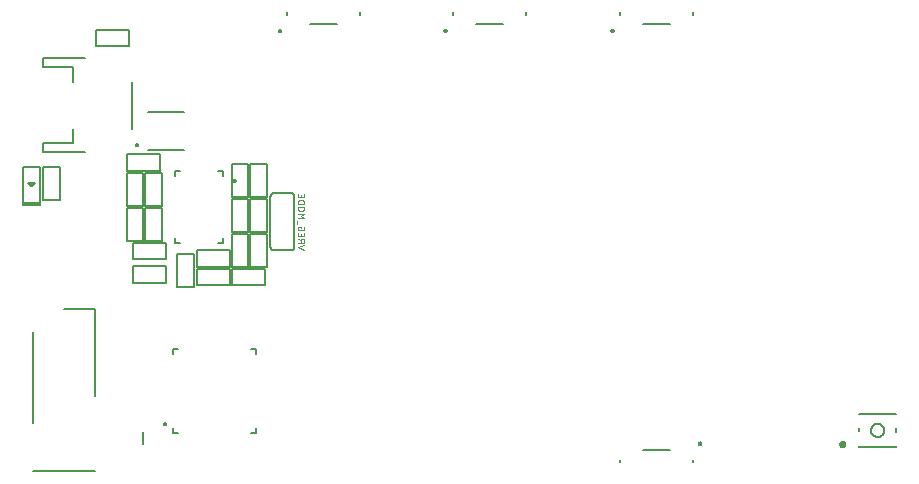
<source format=gbr>
G04 EAGLE Gerber RS-274X export*
G75*
%MOMM*%
%FSLAX34Y34*%
%LPD*%
%INSilkscreen Bottom*%
%IPPOS*%
%AMOC8*
5,1,8,0,0,1.08239X$1,22.5*%
G01*
%ADD10C,0.200000*%
%ADD11C,0.127000*%
%ADD12C,0.203200*%
%ADD13C,0.152400*%
%ADD14C,0.050800*%

G36*
X15565Y232377D02*
X15565Y232377D01*
X15631Y232379D01*
X15674Y232397D01*
X15721Y232405D01*
X15778Y232439D01*
X15838Y232464D01*
X15873Y232495D01*
X15914Y232520D01*
X15956Y232571D01*
X16004Y232615D01*
X16026Y232657D01*
X16055Y232694D01*
X16076Y232756D01*
X16107Y232815D01*
X16115Y232869D01*
X16127Y232906D01*
X16126Y232946D01*
X16134Y233000D01*
X16134Y235000D01*
X16123Y235065D01*
X16121Y235131D01*
X16103Y235174D01*
X16095Y235221D01*
X16061Y235278D01*
X16036Y235338D01*
X16005Y235373D01*
X15980Y235414D01*
X15929Y235456D01*
X15885Y235504D01*
X15843Y235526D01*
X15806Y235555D01*
X15744Y235576D01*
X15685Y235607D01*
X15631Y235615D01*
X15594Y235627D01*
X15554Y235626D01*
X15500Y235634D01*
X500Y235634D01*
X435Y235623D01*
X369Y235621D01*
X326Y235603D01*
X279Y235595D01*
X222Y235561D01*
X162Y235536D01*
X127Y235505D01*
X86Y235480D01*
X45Y235429D01*
X-4Y235385D01*
X-26Y235343D01*
X-55Y235306D01*
X-76Y235244D01*
X-107Y235185D01*
X-115Y235131D01*
X-127Y235094D01*
X-126Y235054D01*
X-134Y235000D01*
X-134Y233000D01*
X-123Y232935D01*
X-121Y232869D01*
X-103Y232826D01*
X-95Y232779D01*
X-61Y232722D01*
X-36Y232662D01*
X-5Y232627D01*
X20Y232586D01*
X71Y232545D01*
X115Y232496D01*
X157Y232474D01*
X194Y232445D01*
X256Y232424D01*
X315Y232393D01*
X369Y232385D01*
X406Y232373D01*
X446Y232374D01*
X500Y232366D01*
X15500Y232366D01*
X15565Y232377D01*
G37*
G36*
X695609Y27235D02*
X695609Y27235D01*
X695652Y27249D01*
X695769Y27278D01*
X696363Y27524D01*
X696400Y27548D01*
X696506Y27606D01*
X697016Y27997D01*
X697046Y28031D01*
X697133Y28114D01*
X697524Y28624D01*
X697544Y28664D01*
X697590Y28740D01*
X697592Y28742D01*
X697592Y28744D01*
X697606Y28767D01*
X697852Y29361D01*
X697862Y29405D01*
X697895Y29521D01*
X697979Y30157D01*
X697977Y30202D01*
X697979Y30323D01*
X697892Y30980D01*
X697879Y31023D01*
X697849Y31140D01*
X697596Y31753D01*
X697572Y31790D01*
X697513Y31896D01*
X697109Y32422D01*
X697076Y32452D01*
X696992Y32539D01*
X696466Y32943D01*
X696426Y32964D01*
X696323Y33026D01*
X695710Y33279D01*
X695666Y33289D01*
X695550Y33322D01*
X694893Y33409D01*
X694848Y33407D01*
X694727Y33409D01*
X694091Y33325D01*
X694048Y33311D01*
X693931Y33282D01*
X693337Y33036D01*
X693300Y33012D01*
X693194Y32954D01*
X692684Y32563D01*
X692654Y32529D01*
X692567Y32446D01*
X692176Y31936D01*
X692157Y31899D01*
X692151Y31892D01*
X692149Y31885D01*
X692094Y31793D01*
X691848Y31199D01*
X691838Y31155D01*
X691811Y31060D01*
X691806Y31045D01*
X691806Y31043D01*
X691805Y31039D01*
X691721Y30403D01*
X691723Y30358D01*
X691721Y30237D01*
X691808Y29580D01*
X691813Y29563D01*
X691813Y29552D01*
X691825Y29525D01*
X691851Y29420D01*
X692104Y28807D01*
X692129Y28770D01*
X692137Y28753D01*
X692155Y28710D01*
X692171Y28692D01*
X692187Y28664D01*
X692591Y28138D01*
X692624Y28108D01*
X692708Y28021D01*
X693234Y27617D01*
X693274Y27596D01*
X693377Y27534D01*
X693990Y27281D01*
X694034Y27271D01*
X694150Y27238D01*
X694807Y27151D01*
X694852Y27153D01*
X694973Y27151D01*
X695609Y27235D01*
G37*
G36*
X8018Y247874D02*
X8018Y247874D01*
X8084Y247871D01*
X8129Y247886D01*
X8176Y247891D01*
X8235Y247920D01*
X8298Y247940D01*
X8342Y247973D01*
X8377Y247990D01*
X8404Y248019D01*
X8448Y248052D01*
X11448Y251052D01*
X11499Y251125D01*
X11555Y251194D01*
X11563Y251216D01*
X11577Y251236D01*
X11599Y251322D01*
X11627Y251406D01*
X11627Y251430D01*
X11633Y251453D01*
X11623Y251542D01*
X11621Y251631D01*
X11612Y251653D01*
X11609Y251676D01*
X11570Y251756D01*
X11536Y251838D01*
X11520Y251856D01*
X11510Y251877D01*
X11445Y251938D01*
X11385Y252004D01*
X11364Y252015D01*
X11347Y252031D01*
X11265Y252066D01*
X11185Y252107D01*
X11159Y252110D01*
X11140Y252119D01*
X11090Y252121D01*
X11000Y252134D01*
X5000Y252134D01*
X4912Y252118D01*
X4824Y252109D01*
X4803Y252099D01*
X4779Y252095D01*
X4702Y252049D01*
X4623Y252010D01*
X4606Y251993D01*
X4586Y251980D01*
X4530Y251911D01*
X4469Y251847D01*
X4460Y251825D01*
X4445Y251806D01*
X4416Y251722D01*
X4381Y251640D01*
X4380Y251616D01*
X4373Y251594D01*
X4375Y251505D01*
X4371Y251416D01*
X4379Y251393D01*
X4379Y251369D01*
X4413Y251287D01*
X4440Y251202D01*
X4456Y251181D01*
X4464Y251162D01*
X4498Y251124D01*
X4552Y251052D01*
X7552Y248052D01*
X7606Y248014D01*
X7653Y247969D01*
X7697Y247950D01*
X7736Y247923D01*
X7799Y247907D01*
X7860Y247881D01*
X7907Y247879D01*
X7953Y247868D01*
X8018Y247874D01*
G37*
D10*
X61650Y145000D02*
X61650Y71000D01*
X61650Y7500D02*
X9350Y7500D01*
X9350Y48760D02*
X9350Y125160D01*
X35500Y145000D02*
X61650Y145000D01*
D11*
X102600Y40580D02*
X102600Y30420D01*
X127500Y40000D02*
X127500Y44400D01*
X127500Y40000D02*
X131900Y40000D01*
X127500Y106600D02*
X127500Y111000D01*
X131900Y111000D01*
X198500Y111000D02*
X198500Y106600D01*
X198500Y111000D02*
X194100Y111000D01*
X198500Y44400D02*
X198500Y40000D01*
X194100Y40000D01*
D10*
X120000Y47500D02*
X120002Y47563D01*
X120008Y47625D01*
X120018Y47687D01*
X120031Y47749D01*
X120049Y47809D01*
X120070Y47868D01*
X120095Y47926D01*
X120124Y47982D01*
X120156Y48036D01*
X120191Y48088D01*
X120229Y48137D01*
X120271Y48185D01*
X120315Y48229D01*
X120363Y48271D01*
X120412Y48309D01*
X120464Y48344D01*
X120518Y48376D01*
X120574Y48405D01*
X120632Y48430D01*
X120691Y48451D01*
X120751Y48469D01*
X120813Y48482D01*
X120875Y48492D01*
X120937Y48498D01*
X121000Y48500D01*
X121063Y48498D01*
X121125Y48492D01*
X121187Y48482D01*
X121249Y48469D01*
X121309Y48451D01*
X121368Y48430D01*
X121426Y48405D01*
X121482Y48376D01*
X121536Y48344D01*
X121588Y48309D01*
X121637Y48271D01*
X121685Y48229D01*
X121729Y48185D01*
X121771Y48137D01*
X121809Y48088D01*
X121844Y48036D01*
X121876Y47982D01*
X121905Y47926D01*
X121930Y47868D01*
X121951Y47809D01*
X121969Y47749D01*
X121982Y47687D01*
X121992Y47625D01*
X121998Y47563D01*
X122000Y47500D01*
X121998Y47437D01*
X121992Y47375D01*
X121982Y47313D01*
X121969Y47251D01*
X121951Y47191D01*
X121930Y47132D01*
X121905Y47074D01*
X121876Y47018D01*
X121844Y46964D01*
X121809Y46912D01*
X121771Y46863D01*
X121729Y46815D01*
X121685Y46771D01*
X121637Y46729D01*
X121588Y46691D01*
X121536Y46656D01*
X121482Y46624D01*
X121426Y46595D01*
X121368Y46570D01*
X121309Y46549D01*
X121249Y46531D01*
X121187Y46518D01*
X121125Y46508D01*
X121063Y46502D01*
X121000Y46500D01*
X120937Y46502D01*
X120875Y46508D01*
X120813Y46518D01*
X120751Y46531D01*
X120691Y46549D01*
X120632Y46570D01*
X120574Y46595D01*
X120518Y46624D01*
X120464Y46656D01*
X120412Y46691D01*
X120363Y46729D01*
X120315Y46771D01*
X120271Y46815D01*
X120229Y46863D01*
X120191Y46912D01*
X120156Y46964D01*
X120124Y47018D01*
X120095Y47074D01*
X120070Y47132D01*
X120049Y47191D01*
X120031Y47251D01*
X120018Y47313D01*
X120008Y47375D01*
X120002Y47437D01*
X120000Y47500D01*
D11*
X708350Y28280D02*
X740350Y28280D01*
X740350Y56280D02*
X708350Y56280D01*
X708350Y43780D02*
X708350Y41280D01*
X740350Y40780D02*
X740350Y43780D01*
X740350Y55780D02*
X740350Y56280D01*
X740350Y28780D02*
X740350Y28280D01*
X708350Y55780D02*
X708350Y56280D01*
X708350Y28780D02*
X708350Y28280D01*
X718760Y42280D02*
X718762Y42429D01*
X718768Y42579D01*
X718778Y42728D01*
X718792Y42877D01*
X718810Y43025D01*
X718832Y43173D01*
X718858Y43320D01*
X718887Y43467D01*
X718921Y43612D01*
X718959Y43757D01*
X719000Y43900D01*
X719045Y44043D01*
X719094Y44184D01*
X719147Y44324D01*
X719204Y44462D01*
X719264Y44599D01*
X719328Y44734D01*
X719395Y44868D01*
X719466Y44999D01*
X719540Y45129D01*
X719618Y45256D01*
X719699Y45382D01*
X719784Y45505D01*
X719872Y45626D01*
X719963Y45744D01*
X720057Y45860D01*
X720154Y45974D01*
X720255Y46085D01*
X720358Y46193D01*
X720464Y46298D01*
X720573Y46401D01*
X720684Y46500D01*
X720798Y46597D01*
X720915Y46690D01*
X721034Y46780D01*
X721156Y46867D01*
X721279Y46951D01*
X721405Y47032D01*
X721533Y47109D01*
X721664Y47182D01*
X721796Y47252D01*
X721929Y47319D01*
X722065Y47382D01*
X722202Y47441D01*
X722341Y47496D01*
X722481Y47548D01*
X722623Y47596D01*
X722765Y47641D01*
X722909Y47681D01*
X723054Y47718D01*
X723200Y47750D01*
X723347Y47779D01*
X723494Y47804D01*
X723642Y47825D01*
X723790Y47842D01*
X723939Y47855D01*
X724089Y47864D01*
X724238Y47869D01*
X724387Y47870D01*
X724537Y47867D01*
X724686Y47860D01*
X724835Y47849D01*
X724984Y47834D01*
X725132Y47815D01*
X725280Y47792D01*
X725427Y47765D01*
X725573Y47735D01*
X725718Y47700D01*
X725863Y47661D01*
X726006Y47619D01*
X726148Y47573D01*
X726289Y47523D01*
X726429Y47469D01*
X726567Y47412D01*
X726703Y47351D01*
X726838Y47286D01*
X726971Y47218D01*
X727102Y47146D01*
X727231Y47070D01*
X727358Y46992D01*
X727483Y46910D01*
X727605Y46824D01*
X727726Y46736D01*
X727844Y46644D01*
X727959Y46549D01*
X728072Y46451D01*
X728182Y46350D01*
X728289Y46246D01*
X728394Y46139D01*
X728496Y46030D01*
X728595Y45918D01*
X728690Y45803D01*
X728783Y45685D01*
X728872Y45566D01*
X728959Y45444D01*
X729042Y45319D01*
X729121Y45193D01*
X729197Y45064D01*
X729270Y44934D01*
X729339Y44801D01*
X729405Y44667D01*
X729467Y44531D01*
X729525Y44393D01*
X729580Y44254D01*
X729631Y44114D01*
X729678Y43972D01*
X729721Y43829D01*
X729761Y43685D01*
X729796Y43539D01*
X729828Y43393D01*
X729856Y43247D01*
X729880Y43099D01*
X729900Y42951D01*
X729916Y42802D01*
X729928Y42653D01*
X729936Y42504D01*
X729940Y42355D01*
X729940Y42205D01*
X729936Y42056D01*
X729928Y41907D01*
X729916Y41758D01*
X729900Y41609D01*
X729880Y41461D01*
X729856Y41313D01*
X729828Y41167D01*
X729796Y41021D01*
X729761Y40875D01*
X729721Y40731D01*
X729678Y40588D01*
X729631Y40446D01*
X729580Y40306D01*
X729525Y40167D01*
X729467Y40029D01*
X729405Y39893D01*
X729339Y39759D01*
X729270Y39626D01*
X729197Y39496D01*
X729121Y39367D01*
X729042Y39241D01*
X728959Y39116D01*
X728872Y38994D01*
X728783Y38875D01*
X728690Y38757D01*
X728595Y38642D01*
X728496Y38530D01*
X728394Y38421D01*
X728289Y38314D01*
X728182Y38210D01*
X728072Y38109D01*
X727959Y38011D01*
X727844Y37916D01*
X727726Y37824D01*
X727605Y37736D01*
X727483Y37650D01*
X727358Y37568D01*
X727231Y37490D01*
X727102Y37414D01*
X726971Y37342D01*
X726838Y37274D01*
X726703Y37209D01*
X726567Y37148D01*
X726429Y37091D01*
X726289Y37037D01*
X726148Y36987D01*
X726006Y36941D01*
X725863Y36899D01*
X725718Y36860D01*
X725573Y36825D01*
X725427Y36795D01*
X725280Y36768D01*
X725132Y36745D01*
X724984Y36726D01*
X724835Y36711D01*
X724686Y36700D01*
X724537Y36693D01*
X724387Y36690D01*
X724238Y36691D01*
X724089Y36696D01*
X723939Y36705D01*
X723790Y36718D01*
X723642Y36735D01*
X723494Y36756D01*
X723347Y36781D01*
X723200Y36810D01*
X723054Y36842D01*
X722909Y36879D01*
X722765Y36919D01*
X722623Y36964D01*
X722481Y37012D01*
X722341Y37064D01*
X722202Y37119D01*
X722065Y37178D01*
X721929Y37241D01*
X721796Y37308D01*
X721664Y37378D01*
X721533Y37451D01*
X721405Y37528D01*
X721279Y37609D01*
X721156Y37693D01*
X721034Y37780D01*
X720915Y37870D01*
X720798Y37963D01*
X720684Y38060D01*
X720573Y38159D01*
X720464Y38262D01*
X720358Y38367D01*
X720255Y38475D01*
X720154Y38586D01*
X720057Y38700D01*
X719963Y38816D01*
X719872Y38934D01*
X719784Y39055D01*
X719699Y39178D01*
X719618Y39304D01*
X719540Y39431D01*
X719466Y39561D01*
X719395Y39692D01*
X719328Y39826D01*
X719264Y39961D01*
X719204Y40098D01*
X719147Y40236D01*
X719094Y40376D01*
X719045Y40517D01*
X719000Y40660D01*
X718959Y40803D01*
X718921Y40948D01*
X718887Y41093D01*
X718858Y41240D01*
X718832Y41387D01*
X718810Y41535D01*
X718792Y41683D01*
X718778Y41832D01*
X718768Y41981D01*
X718762Y42131D01*
X718760Y42280D01*
D10*
X178950Y253500D02*
X178952Y253563D01*
X178958Y253625D01*
X178968Y253687D01*
X178981Y253749D01*
X178999Y253809D01*
X179020Y253868D01*
X179045Y253926D01*
X179074Y253982D01*
X179106Y254036D01*
X179141Y254088D01*
X179179Y254137D01*
X179221Y254185D01*
X179265Y254229D01*
X179313Y254271D01*
X179362Y254309D01*
X179414Y254344D01*
X179468Y254376D01*
X179524Y254405D01*
X179582Y254430D01*
X179641Y254451D01*
X179701Y254469D01*
X179763Y254482D01*
X179825Y254492D01*
X179887Y254498D01*
X179950Y254500D01*
X180013Y254498D01*
X180075Y254492D01*
X180137Y254482D01*
X180199Y254469D01*
X180259Y254451D01*
X180318Y254430D01*
X180376Y254405D01*
X180432Y254376D01*
X180486Y254344D01*
X180538Y254309D01*
X180587Y254271D01*
X180635Y254229D01*
X180679Y254185D01*
X180721Y254137D01*
X180759Y254088D01*
X180794Y254036D01*
X180826Y253982D01*
X180855Y253926D01*
X180880Y253868D01*
X180901Y253809D01*
X180919Y253749D01*
X180932Y253687D01*
X180942Y253625D01*
X180948Y253563D01*
X180950Y253500D01*
X180948Y253437D01*
X180942Y253375D01*
X180932Y253313D01*
X180919Y253251D01*
X180901Y253191D01*
X180880Y253132D01*
X180855Y253074D01*
X180826Y253018D01*
X180794Y252964D01*
X180759Y252912D01*
X180721Y252863D01*
X180679Y252815D01*
X180635Y252771D01*
X180587Y252729D01*
X180538Y252691D01*
X180486Y252656D01*
X180432Y252624D01*
X180376Y252595D01*
X180318Y252570D01*
X180259Y252549D01*
X180199Y252531D01*
X180137Y252518D01*
X180075Y252508D01*
X180013Y252502D01*
X179950Y252500D01*
X179887Y252502D01*
X179825Y252508D01*
X179763Y252518D01*
X179701Y252531D01*
X179641Y252549D01*
X179582Y252570D01*
X179524Y252595D01*
X179468Y252624D01*
X179414Y252656D01*
X179362Y252691D01*
X179313Y252729D01*
X179265Y252771D01*
X179221Y252815D01*
X179179Y252863D01*
X179141Y252912D01*
X179106Y252964D01*
X179074Y253018D01*
X179045Y253074D01*
X179020Y253132D01*
X178999Y253191D01*
X178981Y253251D01*
X178968Y253313D01*
X178958Y253375D01*
X178952Y253437D01*
X178950Y253500D01*
D11*
X133700Y201000D02*
X129500Y201000D01*
X129500Y262000D02*
X133700Y262000D01*
X166300Y201000D02*
X170500Y201000D01*
X170500Y262000D02*
X166300Y262000D01*
X129500Y205200D02*
X129500Y201000D01*
X129500Y257800D02*
X129500Y262000D01*
X170500Y205200D02*
X170500Y201000D01*
X170500Y257800D02*
X170500Y262000D01*
D10*
X96550Y283500D02*
X96552Y283563D01*
X96558Y283625D01*
X96568Y283687D01*
X96581Y283749D01*
X96599Y283809D01*
X96620Y283868D01*
X96645Y283926D01*
X96674Y283982D01*
X96706Y284036D01*
X96741Y284088D01*
X96779Y284137D01*
X96821Y284185D01*
X96865Y284229D01*
X96913Y284271D01*
X96962Y284309D01*
X97014Y284344D01*
X97068Y284376D01*
X97124Y284405D01*
X97182Y284430D01*
X97241Y284451D01*
X97301Y284469D01*
X97363Y284482D01*
X97425Y284492D01*
X97487Y284498D01*
X97550Y284500D01*
X97613Y284498D01*
X97675Y284492D01*
X97737Y284482D01*
X97799Y284469D01*
X97859Y284451D01*
X97918Y284430D01*
X97976Y284405D01*
X98032Y284376D01*
X98086Y284344D01*
X98138Y284309D01*
X98187Y284271D01*
X98235Y284229D01*
X98279Y284185D01*
X98321Y284137D01*
X98359Y284088D01*
X98394Y284036D01*
X98426Y283982D01*
X98455Y283926D01*
X98480Y283868D01*
X98501Y283809D01*
X98519Y283749D01*
X98532Y283687D01*
X98542Y283625D01*
X98548Y283563D01*
X98550Y283500D01*
X98548Y283437D01*
X98542Y283375D01*
X98532Y283313D01*
X98519Y283251D01*
X98501Y283191D01*
X98480Y283132D01*
X98455Y283074D01*
X98426Y283018D01*
X98394Y282964D01*
X98359Y282912D01*
X98321Y282863D01*
X98279Y282815D01*
X98235Y282771D01*
X98187Y282729D01*
X98138Y282691D01*
X98086Y282656D01*
X98032Y282624D01*
X97976Y282595D01*
X97918Y282570D01*
X97859Y282549D01*
X97799Y282531D01*
X97737Y282518D01*
X97675Y282508D01*
X97613Y282502D01*
X97550Y282500D01*
X97487Y282502D01*
X97425Y282508D01*
X97363Y282518D01*
X97301Y282531D01*
X97241Y282549D01*
X97182Y282570D01*
X97124Y282595D01*
X97068Y282624D01*
X97014Y282656D01*
X96962Y282691D01*
X96913Y282729D01*
X96865Y282771D01*
X96821Y282815D01*
X96779Y282863D01*
X96741Y282912D01*
X96706Y282964D01*
X96674Y283018D01*
X96645Y283074D01*
X96620Y283132D01*
X96599Y283191D01*
X96581Y283251D01*
X96568Y283313D01*
X96558Y283375D01*
X96552Y283437D01*
X96550Y283500D01*
D11*
X106500Y279200D02*
X137500Y279200D01*
X137500Y311800D02*
X106500Y311800D01*
D12*
X53000Y277500D02*
X18000Y277500D01*
X18000Y285500D01*
X43000Y285500D01*
X43000Y297500D01*
X43000Y337500D02*
X43000Y349500D01*
X18000Y349500D01*
X18000Y357500D01*
X53000Y357500D01*
X93000Y337500D02*
X93000Y297500D01*
D11*
X62500Y367500D02*
X62500Y381500D01*
X90500Y381500D01*
X90500Y367500D01*
X62500Y367500D01*
X177500Y267500D02*
X191500Y267500D01*
X191500Y239500D01*
X177500Y239500D01*
X177500Y267500D01*
X193000Y210000D02*
X207000Y210000D01*
X193000Y210000D02*
X193000Y238000D01*
X207000Y238000D01*
X207000Y210000D01*
X191500Y210000D02*
X177500Y210000D01*
X177500Y238000D01*
X191500Y238000D01*
X191500Y210000D01*
X15500Y235000D02*
X500Y235000D01*
X500Y265000D01*
X15500Y265000D01*
X15500Y235000D01*
X18000Y265000D02*
X32000Y265000D01*
X32000Y237000D01*
X18000Y237000D01*
X18000Y265000D01*
X88500Y232000D02*
X102500Y232000D01*
X88500Y232000D02*
X88500Y260000D01*
X102500Y260000D01*
X102500Y232000D01*
X104500Y260000D02*
X118500Y260000D01*
X118500Y232000D01*
X104500Y232000D01*
X104500Y260000D01*
X88500Y262000D02*
X88500Y276000D01*
X116500Y276000D01*
X116500Y262000D01*
X88500Y262000D01*
X104500Y230500D02*
X118500Y230500D01*
X118500Y202500D01*
X104500Y202500D01*
X104500Y230500D01*
X102500Y202500D02*
X88500Y202500D01*
X88500Y230500D01*
X102500Y230500D01*
X102500Y202500D01*
X94000Y201000D02*
X94000Y187000D01*
X94000Y201000D02*
X122000Y201000D01*
X122000Y187000D01*
X94000Y187000D01*
X193000Y267500D02*
X207000Y267500D01*
X207000Y239500D01*
X193000Y239500D01*
X193000Y267500D01*
X193000Y208500D02*
X207000Y208500D01*
X207000Y180500D01*
X193000Y180500D01*
X193000Y208500D01*
X178000Y179000D02*
X178000Y165000D01*
X178000Y179000D02*
X206000Y179000D01*
X206000Y165000D01*
X178000Y165000D01*
X177500Y208500D02*
X191500Y208500D01*
X191500Y180500D01*
X177500Y180500D01*
X177500Y208500D01*
X176000Y179000D02*
X176000Y165000D01*
X148000Y165000D01*
X148000Y179000D01*
X176000Y179000D01*
X176000Y180500D02*
X176000Y194500D01*
X176000Y180500D02*
X148000Y180500D01*
X148000Y194500D01*
X176000Y194500D01*
D13*
X210340Y197410D02*
X210340Y240590D01*
X228120Y243130D02*
X228220Y243128D01*
X228319Y243122D01*
X228419Y243112D01*
X228517Y243099D01*
X228616Y243081D01*
X228713Y243060D01*
X228809Y243035D01*
X228905Y243006D01*
X228999Y242973D01*
X229092Y242937D01*
X229183Y242897D01*
X229273Y242853D01*
X229361Y242806D01*
X229447Y242756D01*
X229531Y242702D01*
X229613Y242645D01*
X229692Y242585D01*
X229770Y242521D01*
X229844Y242455D01*
X229916Y242386D01*
X229985Y242314D01*
X230051Y242240D01*
X230115Y242162D01*
X230175Y242083D01*
X230232Y242001D01*
X230286Y241917D01*
X230336Y241831D01*
X230383Y241743D01*
X230427Y241653D01*
X230467Y241562D01*
X230503Y241469D01*
X230536Y241375D01*
X230565Y241279D01*
X230590Y241183D01*
X230611Y241086D01*
X230629Y240987D01*
X230642Y240889D01*
X230652Y240789D01*
X230658Y240690D01*
X230660Y240590D01*
X230660Y197410D02*
X230658Y197310D01*
X230652Y197211D01*
X230642Y197111D01*
X230629Y197013D01*
X230611Y196914D01*
X230590Y196817D01*
X230565Y196721D01*
X230536Y196625D01*
X230503Y196531D01*
X230467Y196438D01*
X230427Y196347D01*
X230383Y196257D01*
X230336Y196169D01*
X230286Y196083D01*
X230232Y195999D01*
X230175Y195917D01*
X230115Y195838D01*
X230051Y195760D01*
X229985Y195686D01*
X229916Y195614D01*
X229844Y195545D01*
X229770Y195479D01*
X229692Y195415D01*
X229613Y195355D01*
X229531Y195298D01*
X229447Y195244D01*
X229361Y195194D01*
X229273Y195147D01*
X229183Y195103D01*
X229092Y195063D01*
X228999Y195027D01*
X228905Y194994D01*
X228809Y194965D01*
X228713Y194940D01*
X228616Y194919D01*
X228517Y194901D01*
X228419Y194888D01*
X228319Y194878D01*
X228220Y194872D01*
X228120Y194870D01*
X212880Y194870D02*
X212780Y194872D01*
X212681Y194878D01*
X212581Y194888D01*
X212483Y194901D01*
X212384Y194919D01*
X212287Y194940D01*
X212191Y194965D01*
X212095Y194994D01*
X212001Y195027D01*
X211908Y195063D01*
X211817Y195103D01*
X211727Y195147D01*
X211639Y195194D01*
X211553Y195244D01*
X211469Y195298D01*
X211387Y195355D01*
X211308Y195415D01*
X211230Y195479D01*
X211156Y195545D01*
X211084Y195614D01*
X211015Y195686D01*
X210949Y195760D01*
X210885Y195838D01*
X210825Y195917D01*
X210768Y195999D01*
X210714Y196083D01*
X210664Y196169D01*
X210617Y196257D01*
X210573Y196347D01*
X210533Y196438D01*
X210497Y196531D01*
X210464Y196625D01*
X210435Y196721D01*
X210410Y196817D01*
X210389Y196914D01*
X210371Y197013D01*
X210358Y197111D01*
X210348Y197211D01*
X210342Y197310D01*
X210340Y197410D01*
X210340Y240590D02*
X210342Y240690D01*
X210348Y240789D01*
X210358Y240889D01*
X210371Y240987D01*
X210389Y241086D01*
X210410Y241183D01*
X210435Y241279D01*
X210464Y241375D01*
X210497Y241469D01*
X210533Y241562D01*
X210573Y241653D01*
X210617Y241743D01*
X210664Y241831D01*
X210714Y241917D01*
X210768Y242001D01*
X210825Y242083D01*
X210885Y242162D01*
X210949Y242240D01*
X211015Y242314D01*
X211084Y242386D01*
X211156Y242455D01*
X211230Y242521D01*
X211308Y242585D01*
X211387Y242645D01*
X211469Y242702D01*
X211553Y242756D01*
X211639Y242806D01*
X211727Y242853D01*
X211817Y242897D01*
X211908Y242937D01*
X212001Y242973D01*
X212095Y243006D01*
X212191Y243035D01*
X212287Y243060D01*
X212384Y243081D01*
X212483Y243099D01*
X212581Y243112D01*
X212681Y243122D01*
X212780Y243128D01*
X212880Y243130D01*
X228120Y243130D01*
X228120Y194870D02*
X212880Y194870D01*
X230660Y197410D02*
X230660Y240590D01*
D14*
X233454Y196987D02*
X239042Y195124D01*
X239042Y198849D02*
X233454Y196987D01*
X233454Y201140D02*
X239042Y201140D01*
X239042Y202692D01*
X239040Y202769D01*
X239034Y202847D01*
X239025Y202923D01*
X239011Y203000D01*
X238994Y203075D01*
X238973Y203149D01*
X238948Y203223D01*
X238920Y203295D01*
X238888Y203365D01*
X238853Y203434D01*
X238814Y203501D01*
X238772Y203566D01*
X238727Y203629D01*
X238679Y203690D01*
X238628Y203748D01*
X238574Y203803D01*
X238517Y203856D01*
X238458Y203905D01*
X238396Y203952D01*
X238332Y203996D01*
X238266Y204036D01*
X238198Y204073D01*
X238128Y204107D01*
X238057Y204137D01*
X237984Y204163D01*
X237910Y204186D01*
X237835Y204205D01*
X237760Y204220D01*
X237683Y204232D01*
X237606Y204240D01*
X237529Y204244D01*
X237451Y204244D01*
X237374Y204240D01*
X237297Y204232D01*
X237220Y204220D01*
X237145Y204205D01*
X237070Y204186D01*
X236996Y204163D01*
X236923Y204137D01*
X236852Y204107D01*
X236782Y204073D01*
X236714Y204036D01*
X236648Y203996D01*
X236584Y203952D01*
X236522Y203905D01*
X236463Y203856D01*
X236406Y203803D01*
X236352Y203748D01*
X236301Y203690D01*
X236253Y203629D01*
X236208Y203566D01*
X236166Y203501D01*
X236127Y203434D01*
X236092Y203365D01*
X236060Y203295D01*
X236032Y203223D01*
X236007Y203149D01*
X235986Y203075D01*
X235969Y203000D01*
X235955Y202923D01*
X235946Y202847D01*
X235940Y202769D01*
X235938Y202692D01*
X235938Y201140D01*
X235938Y203002D02*
X233454Y204244D01*
X233454Y206784D02*
X233454Y209268D01*
X233454Y206784D02*
X239042Y206784D01*
X239042Y209268D01*
X236558Y208647D02*
X236558Y206784D01*
X236558Y213701D02*
X236558Y214632D01*
X233454Y214632D01*
X233454Y212770D01*
X233456Y212700D01*
X233462Y212631D01*
X233472Y212562D01*
X233485Y212494D01*
X233503Y212426D01*
X233524Y212360D01*
X233549Y212295D01*
X233577Y212231D01*
X233609Y212169D01*
X233644Y212109D01*
X233683Y212051D01*
X233725Y211996D01*
X233770Y211942D01*
X233818Y211892D01*
X233868Y211844D01*
X233922Y211799D01*
X233977Y211757D01*
X234035Y211718D01*
X234095Y211683D01*
X234157Y211651D01*
X234221Y211623D01*
X234286Y211598D01*
X234352Y211577D01*
X234420Y211559D01*
X234488Y211546D01*
X234557Y211536D01*
X234626Y211530D01*
X234696Y211528D01*
X237800Y211528D01*
X237870Y211530D01*
X237939Y211536D01*
X238008Y211546D01*
X238076Y211559D01*
X238144Y211577D01*
X238210Y211598D01*
X238275Y211623D01*
X238339Y211651D01*
X238401Y211683D01*
X238461Y211718D01*
X238519Y211757D01*
X238574Y211799D01*
X238628Y211844D01*
X238678Y211892D01*
X238726Y211942D01*
X238771Y211996D01*
X238813Y212051D01*
X238852Y212109D01*
X238887Y212169D01*
X238919Y212231D01*
X238947Y212295D01*
X238972Y212360D01*
X238993Y212426D01*
X239011Y212494D01*
X239024Y212562D01*
X239034Y212631D01*
X239040Y212700D01*
X239042Y212770D01*
X239042Y214632D01*
X232833Y216959D02*
X232833Y219442D01*
X233454Y221824D02*
X239042Y221824D01*
X235938Y223687D01*
X239042Y225550D01*
X233454Y225550D01*
X235006Y228170D02*
X237490Y228170D01*
X237567Y228172D01*
X237645Y228178D01*
X237721Y228187D01*
X237798Y228201D01*
X237873Y228218D01*
X237947Y228239D01*
X238021Y228264D01*
X238093Y228292D01*
X238163Y228324D01*
X238232Y228359D01*
X238299Y228398D01*
X238364Y228440D01*
X238427Y228485D01*
X238488Y228533D01*
X238546Y228584D01*
X238601Y228638D01*
X238654Y228695D01*
X238703Y228754D01*
X238750Y228816D01*
X238794Y228880D01*
X238834Y228946D01*
X238871Y229014D01*
X238905Y229084D01*
X238935Y229155D01*
X238961Y229228D01*
X238984Y229302D01*
X239003Y229377D01*
X239018Y229452D01*
X239030Y229529D01*
X239038Y229606D01*
X239042Y229683D01*
X239042Y229761D01*
X239038Y229838D01*
X239030Y229915D01*
X239018Y229992D01*
X239003Y230067D01*
X238984Y230142D01*
X238961Y230216D01*
X238935Y230289D01*
X238905Y230360D01*
X238871Y230430D01*
X238834Y230498D01*
X238794Y230564D01*
X238750Y230628D01*
X238703Y230690D01*
X238654Y230749D01*
X238601Y230806D01*
X238546Y230860D01*
X238488Y230911D01*
X238427Y230959D01*
X238364Y231004D01*
X238299Y231046D01*
X238232Y231085D01*
X238163Y231120D01*
X238093Y231152D01*
X238021Y231180D01*
X237947Y231205D01*
X237873Y231226D01*
X237798Y231243D01*
X237721Y231257D01*
X237645Y231266D01*
X237567Y231272D01*
X237490Y231274D01*
X235006Y231274D01*
X234929Y231272D01*
X234851Y231266D01*
X234775Y231257D01*
X234698Y231243D01*
X234623Y231226D01*
X234549Y231205D01*
X234475Y231180D01*
X234403Y231152D01*
X234333Y231120D01*
X234264Y231085D01*
X234197Y231046D01*
X234132Y231004D01*
X234069Y230959D01*
X234008Y230911D01*
X233950Y230860D01*
X233895Y230806D01*
X233842Y230749D01*
X233793Y230690D01*
X233746Y230628D01*
X233702Y230564D01*
X233662Y230498D01*
X233625Y230430D01*
X233591Y230360D01*
X233561Y230289D01*
X233535Y230216D01*
X233512Y230142D01*
X233493Y230067D01*
X233478Y229992D01*
X233466Y229915D01*
X233458Y229838D01*
X233454Y229761D01*
X233454Y229683D01*
X233458Y229606D01*
X233466Y229529D01*
X233478Y229452D01*
X233493Y229377D01*
X233512Y229302D01*
X233535Y229228D01*
X233561Y229155D01*
X233591Y229084D01*
X233625Y229014D01*
X233662Y228946D01*
X233702Y228880D01*
X233746Y228816D01*
X233793Y228754D01*
X233842Y228695D01*
X233895Y228638D01*
X233950Y228584D01*
X234008Y228533D01*
X234069Y228485D01*
X234132Y228440D01*
X234197Y228398D01*
X234264Y228359D01*
X234333Y228324D01*
X234403Y228292D01*
X234475Y228264D01*
X234549Y228239D01*
X234623Y228218D01*
X234698Y228201D01*
X234775Y228187D01*
X234851Y228178D01*
X234929Y228172D01*
X235006Y228170D01*
X233454Y233839D02*
X239042Y233839D01*
X239042Y235391D01*
X239040Y235467D01*
X239035Y235543D01*
X239025Y235619D01*
X239012Y235694D01*
X238995Y235768D01*
X238975Y235842D01*
X238951Y235914D01*
X238924Y235985D01*
X238893Y236055D01*
X238859Y236123D01*
X238821Y236189D01*
X238780Y236253D01*
X238737Y236316D01*
X238690Y236376D01*
X238640Y236433D01*
X238587Y236488D01*
X238532Y236541D01*
X238475Y236591D01*
X238415Y236638D01*
X238352Y236681D01*
X238288Y236722D01*
X238222Y236760D01*
X238154Y236794D01*
X238084Y236825D01*
X238013Y236852D01*
X237940Y236876D01*
X237867Y236896D01*
X237793Y236913D01*
X237718Y236926D01*
X237642Y236936D01*
X237566Y236941D01*
X237490Y236943D01*
X235006Y236943D01*
X234927Y236941D01*
X234849Y236935D01*
X234771Y236925D01*
X234694Y236911D01*
X234617Y236893D01*
X234541Y236872D01*
X234467Y236846D01*
X234394Y236817D01*
X234323Y236784D01*
X234253Y236748D01*
X234185Y236708D01*
X234119Y236665D01*
X234056Y236618D01*
X233995Y236569D01*
X233937Y236516D01*
X233881Y236460D01*
X233828Y236402D01*
X233779Y236341D01*
X233732Y236278D01*
X233689Y236212D01*
X233649Y236144D01*
X233613Y236075D01*
X233580Y236003D01*
X233551Y235930D01*
X233525Y235856D01*
X233504Y235780D01*
X233486Y235703D01*
X233472Y235626D01*
X233462Y235548D01*
X233456Y235470D01*
X233454Y235391D01*
X233454Y233839D01*
X233454Y239702D02*
X233454Y242186D01*
X233454Y239702D02*
X239042Y239702D01*
X239042Y242186D01*
X236558Y241565D02*
X236558Y239702D01*
D11*
X145500Y163500D02*
X131500Y163500D01*
X131500Y191500D01*
X145500Y191500D01*
X145500Y163500D01*
X94000Y167000D02*
X94000Y181000D01*
X122000Y181000D01*
X122000Y167000D01*
X94000Y167000D01*
D10*
X357500Y380500D02*
X357502Y380563D01*
X357508Y380625D01*
X357518Y380687D01*
X357531Y380749D01*
X357549Y380809D01*
X357570Y380868D01*
X357595Y380926D01*
X357624Y380982D01*
X357656Y381036D01*
X357691Y381088D01*
X357729Y381137D01*
X357771Y381185D01*
X357815Y381229D01*
X357863Y381271D01*
X357912Y381309D01*
X357964Y381344D01*
X358018Y381376D01*
X358074Y381405D01*
X358132Y381430D01*
X358191Y381451D01*
X358251Y381469D01*
X358313Y381482D01*
X358375Y381492D01*
X358437Y381498D01*
X358500Y381500D01*
X358563Y381498D01*
X358625Y381492D01*
X358687Y381482D01*
X358749Y381469D01*
X358809Y381451D01*
X358868Y381430D01*
X358926Y381405D01*
X358982Y381376D01*
X359036Y381344D01*
X359088Y381309D01*
X359137Y381271D01*
X359185Y381229D01*
X359229Y381185D01*
X359271Y381137D01*
X359309Y381088D01*
X359344Y381036D01*
X359376Y380982D01*
X359405Y380926D01*
X359430Y380868D01*
X359451Y380809D01*
X359469Y380749D01*
X359482Y380687D01*
X359492Y380625D01*
X359498Y380563D01*
X359500Y380500D01*
X359498Y380437D01*
X359492Y380375D01*
X359482Y380313D01*
X359469Y380251D01*
X359451Y380191D01*
X359430Y380132D01*
X359405Y380074D01*
X359376Y380018D01*
X359344Y379964D01*
X359309Y379912D01*
X359271Y379863D01*
X359229Y379815D01*
X359185Y379771D01*
X359137Y379729D01*
X359088Y379691D01*
X359036Y379656D01*
X358982Y379624D01*
X358926Y379595D01*
X358868Y379570D01*
X358809Y379549D01*
X358749Y379531D01*
X358687Y379518D01*
X358625Y379508D01*
X358563Y379502D01*
X358500Y379500D01*
X358437Y379502D01*
X358375Y379508D01*
X358313Y379518D01*
X358251Y379531D01*
X358191Y379549D01*
X358132Y379570D01*
X358074Y379595D01*
X358018Y379624D01*
X357964Y379656D01*
X357912Y379691D01*
X357863Y379729D01*
X357815Y379771D01*
X357771Y379815D01*
X357729Y379863D01*
X357691Y379912D01*
X357656Y379964D01*
X357624Y380018D01*
X357595Y380074D01*
X357570Y380132D01*
X357549Y380191D01*
X357531Y380251D01*
X357518Y380313D01*
X357508Y380375D01*
X357502Y380437D01*
X357500Y380500D01*
D11*
X384000Y386000D02*
X407000Y386000D01*
X364500Y394100D02*
X364500Y396000D01*
X426500Y396000D02*
X426500Y394100D01*
D10*
X217500Y380500D02*
X217502Y380563D01*
X217508Y380625D01*
X217518Y380687D01*
X217531Y380749D01*
X217549Y380809D01*
X217570Y380868D01*
X217595Y380926D01*
X217624Y380982D01*
X217656Y381036D01*
X217691Y381088D01*
X217729Y381137D01*
X217771Y381185D01*
X217815Y381229D01*
X217863Y381271D01*
X217912Y381309D01*
X217964Y381344D01*
X218018Y381376D01*
X218074Y381405D01*
X218132Y381430D01*
X218191Y381451D01*
X218251Y381469D01*
X218313Y381482D01*
X218375Y381492D01*
X218437Y381498D01*
X218500Y381500D01*
X218563Y381498D01*
X218625Y381492D01*
X218687Y381482D01*
X218749Y381469D01*
X218809Y381451D01*
X218868Y381430D01*
X218926Y381405D01*
X218982Y381376D01*
X219036Y381344D01*
X219088Y381309D01*
X219137Y381271D01*
X219185Y381229D01*
X219229Y381185D01*
X219271Y381137D01*
X219309Y381088D01*
X219344Y381036D01*
X219376Y380982D01*
X219405Y380926D01*
X219430Y380868D01*
X219451Y380809D01*
X219469Y380749D01*
X219482Y380687D01*
X219492Y380625D01*
X219498Y380563D01*
X219500Y380500D01*
X219498Y380437D01*
X219492Y380375D01*
X219482Y380313D01*
X219469Y380251D01*
X219451Y380191D01*
X219430Y380132D01*
X219405Y380074D01*
X219376Y380018D01*
X219344Y379964D01*
X219309Y379912D01*
X219271Y379863D01*
X219229Y379815D01*
X219185Y379771D01*
X219137Y379729D01*
X219088Y379691D01*
X219036Y379656D01*
X218982Y379624D01*
X218926Y379595D01*
X218868Y379570D01*
X218809Y379549D01*
X218749Y379531D01*
X218687Y379518D01*
X218625Y379508D01*
X218563Y379502D01*
X218500Y379500D01*
X218437Y379502D01*
X218375Y379508D01*
X218313Y379518D01*
X218251Y379531D01*
X218191Y379549D01*
X218132Y379570D01*
X218074Y379595D01*
X218018Y379624D01*
X217964Y379656D01*
X217912Y379691D01*
X217863Y379729D01*
X217815Y379771D01*
X217771Y379815D01*
X217729Y379863D01*
X217691Y379912D01*
X217656Y379964D01*
X217624Y380018D01*
X217595Y380074D01*
X217570Y380132D01*
X217549Y380191D01*
X217531Y380251D01*
X217518Y380313D01*
X217508Y380375D01*
X217502Y380437D01*
X217500Y380500D01*
D11*
X244000Y386000D02*
X267000Y386000D01*
X224500Y394100D02*
X224500Y396000D01*
X286500Y396000D02*
X286500Y394100D01*
D10*
X499000Y380500D02*
X499002Y380563D01*
X499008Y380625D01*
X499018Y380687D01*
X499031Y380749D01*
X499049Y380809D01*
X499070Y380868D01*
X499095Y380926D01*
X499124Y380982D01*
X499156Y381036D01*
X499191Y381088D01*
X499229Y381137D01*
X499271Y381185D01*
X499315Y381229D01*
X499363Y381271D01*
X499412Y381309D01*
X499464Y381344D01*
X499518Y381376D01*
X499574Y381405D01*
X499632Y381430D01*
X499691Y381451D01*
X499751Y381469D01*
X499813Y381482D01*
X499875Y381492D01*
X499937Y381498D01*
X500000Y381500D01*
X500063Y381498D01*
X500125Y381492D01*
X500187Y381482D01*
X500249Y381469D01*
X500309Y381451D01*
X500368Y381430D01*
X500426Y381405D01*
X500482Y381376D01*
X500536Y381344D01*
X500588Y381309D01*
X500637Y381271D01*
X500685Y381229D01*
X500729Y381185D01*
X500771Y381137D01*
X500809Y381088D01*
X500844Y381036D01*
X500876Y380982D01*
X500905Y380926D01*
X500930Y380868D01*
X500951Y380809D01*
X500969Y380749D01*
X500982Y380687D01*
X500992Y380625D01*
X500998Y380563D01*
X501000Y380500D01*
X500998Y380437D01*
X500992Y380375D01*
X500982Y380313D01*
X500969Y380251D01*
X500951Y380191D01*
X500930Y380132D01*
X500905Y380074D01*
X500876Y380018D01*
X500844Y379964D01*
X500809Y379912D01*
X500771Y379863D01*
X500729Y379815D01*
X500685Y379771D01*
X500637Y379729D01*
X500588Y379691D01*
X500536Y379656D01*
X500482Y379624D01*
X500426Y379595D01*
X500368Y379570D01*
X500309Y379549D01*
X500249Y379531D01*
X500187Y379518D01*
X500125Y379508D01*
X500063Y379502D01*
X500000Y379500D01*
X499937Y379502D01*
X499875Y379508D01*
X499813Y379518D01*
X499751Y379531D01*
X499691Y379549D01*
X499632Y379570D01*
X499574Y379595D01*
X499518Y379624D01*
X499464Y379656D01*
X499412Y379691D01*
X499363Y379729D01*
X499315Y379771D01*
X499271Y379815D01*
X499229Y379863D01*
X499191Y379912D01*
X499156Y379964D01*
X499124Y380018D01*
X499095Y380074D01*
X499070Y380132D01*
X499049Y380191D01*
X499031Y380251D01*
X499018Y380313D01*
X499008Y380375D01*
X499002Y380437D01*
X499000Y380500D01*
D11*
X525500Y386000D02*
X548500Y386000D01*
X506000Y394100D02*
X506000Y396000D01*
X568000Y396000D02*
X568000Y394100D01*
D10*
X573000Y31000D02*
X573002Y31063D01*
X573008Y31125D01*
X573018Y31187D01*
X573031Y31249D01*
X573049Y31309D01*
X573070Y31368D01*
X573095Y31426D01*
X573124Y31482D01*
X573156Y31536D01*
X573191Y31588D01*
X573229Y31637D01*
X573271Y31685D01*
X573315Y31729D01*
X573363Y31771D01*
X573412Y31809D01*
X573464Y31844D01*
X573518Y31876D01*
X573574Y31905D01*
X573632Y31930D01*
X573691Y31951D01*
X573751Y31969D01*
X573813Y31982D01*
X573875Y31992D01*
X573937Y31998D01*
X574000Y32000D01*
X574063Y31998D01*
X574125Y31992D01*
X574187Y31982D01*
X574249Y31969D01*
X574309Y31951D01*
X574368Y31930D01*
X574426Y31905D01*
X574482Y31876D01*
X574536Y31844D01*
X574588Y31809D01*
X574637Y31771D01*
X574685Y31729D01*
X574729Y31685D01*
X574771Y31637D01*
X574809Y31588D01*
X574844Y31536D01*
X574876Y31482D01*
X574905Y31426D01*
X574930Y31368D01*
X574951Y31309D01*
X574969Y31249D01*
X574982Y31187D01*
X574992Y31125D01*
X574998Y31063D01*
X575000Y31000D01*
X574998Y30937D01*
X574992Y30875D01*
X574982Y30813D01*
X574969Y30751D01*
X574951Y30691D01*
X574930Y30632D01*
X574905Y30574D01*
X574876Y30518D01*
X574844Y30464D01*
X574809Y30412D01*
X574771Y30363D01*
X574729Y30315D01*
X574685Y30271D01*
X574637Y30229D01*
X574588Y30191D01*
X574536Y30156D01*
X574482Y30124D01*
X574426Y30095D01*
X574368Y30070D01*
X574309Y30049D01*
X574249Y30031D01*
X574187Y30018D01*
X574125Y30008D01*
X574063Y30002D01*
X574000Y30000D01*
X573937Y30002D01*
X573875Y30008D01*
X573813Y30018D01*
X573751Y30031D01*
X573691Y30049D01*
X573632Y30070D01*
X573574Y30095D01*
X573518Y30124D01*
X573464Y30156D01*
X573412Y30191D01*
X573363Y30229D01*
X573315Y30271D01*
X573271Y30315D01*
X573229Y30363D01*
X573191Y30412D01*
X573156Y30464D01*
X573124Y30518D01*
X573095Y30574D01*
X573070Y30632D01*
X573049Y30691D01*
X573031Y30751D01*
X573018Y30813D01*
X573008Y30875D01*
X573002Y30937D01*
X573000Y31000D01*
D11*
X548500Y25500D02*
X525500Y25500D01*
X568000Y17400D02*
X568000Y15500D01*
X506000Y15500D02*
X506000Y17400D01*
M02*

</source>
